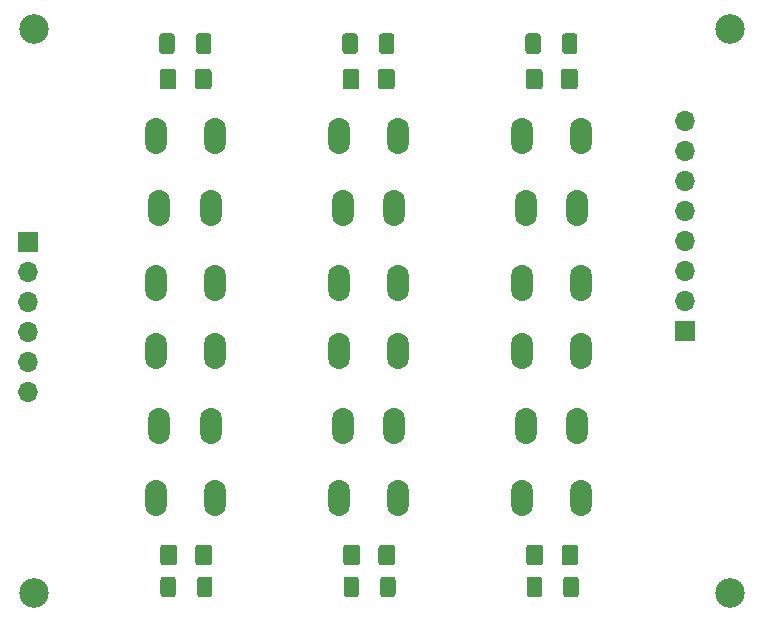
<source format=gbr>
G04 #@! TF.GenerationSoftware,KiCad,Pcbnew,5.1.8-5.1.8*
G04 #@! TF.CreationDate,2021-09-21T08:59:52+02:00*
G04 #@! TF.ProjectId,buttonbar,62757474-6f6e-4626-9172-2e6b69636164,rev?*
G04 #@! TF.SameCoordinates,Original*
G04 #@! TF.FileFunction,Soldermask,Top*
G04 #@! TF.FilePolarity,Negative*
%FSLAX46Y46*%
G04 Gerber Fmt 4.6, Leading zero omitted, Abs format (unit mm)*
G04 Created by KiCad (PCBNEW 5.1.8-5.1.8) date 2021-09-21 08:59:52*
%MOMM*%
%LPD*%
G01*
G04 APERTURE LIST*
%ADD10O,1.850000X3.048000*%
%ADD11C,2.500000*%
%ADD12O,1.700000X1.700000*%
%ADD13R,1.700000X1.700000*%
G04 APERTURE END LIST*
D10*
X143785000Y-64450000D03*
X139415000Y-64450000D03*
X144100000Y-70800000D03*
X139100000Y-70800000D03*
X144100000Y-58300000D03*
X139100000Y-58300000D03*
X123915000Y-82850000D03*
X128285000Y-82850000D03*
X123600000Y-76500000D03*
X128600000Y-76500000D03*
X123600000Y-89000000D03*
X128600000Y-89000000D03*
X159285000Y-64450000D03*
X154915000Y-64450000D03*
X159600000Y-70800000D03*
X154600000Y-70800000D03*
X159600000Y-58300000D03*
X154600000Y-58300000D03*
X128285000Y-64450000D03*
X123915000Y-64450000D03*
X128600000Y-70800000D03*
X123600000Y-70800000D03*
X128600000Y-58300000D03*
X123600000Y-58300000D03*
X139415000Y-82850000D03*
X143785000Y-82850000D03*
X139100000Y-76500000D03*
X144100000Y-76500000D03*
X139100000Y-89000000D03*
X144100000Y-89000000D03*
X154915000Y-82850000D03*
X159285000Y-82850000D03*
X154600000Y-76500000D03*
X159600000Y-76500000D03*
X154600000Y-89000000D03*
X159600000Y-89000000D03*
D11*
X172200000Y-97000000D03*
X172200000Y-49300000D03*
X113300000Y-97000000D03*
X113300000Y-49300000D03*
G36*
G01*
X158100000Y-97125001D02*
X158100000Y-95874999D01*
G75*
G02*
X158349999Y-95625000I249999J0D01*
G01*
X159150001Y-95625000D01*
G75*
G02*
X159400000Y-95874999I0J-249999D01*
G01*
X159400000Y-97125001D01*
G75*
G02*
X159150001Y-97375000I-249999J0D01*
G01*
X158349999Y-97375000D01*
G75*
G02*
X158100000Y-97125001I0J249999D01*
G01*
G37*
G36*
G01*
X155000000Y-97125001D02*
X155000000Y-95874999D01*
G75*
G02*
X155249999Y-95625000I249999J0D01*
G01*
X156050001Y-95625000D01*
G75*
G02*
X156300000Y-95874999I0J-249999D01*
G01*
X156300000Y-97125001D01*
G75*
G02*
X156050001Y-97375000I-249999J0D01*
G01*
X155249999Y-97375000D01*
G75*
G02*
X155000000Y-97125001I0J249999D01*
G01*
G37*
G36*
G01*
X142600000Y-97125001D02*
X142600000Y-95874999D01*
G75*
G02*
X142849999Y-95625000I249999J0D01*
G01*
X143650001Y-95625000D01*
G75*
G02*
X143900000Y-95874999I0J-249999D01*
G01*
X143900000Y-97125001D01*
G75*
G02*
X143650001Y-97375000I-249999J0D01*
G01*
X142849999Y-97375000D01*
G75*
G02*
X142600000Y-97125001I0J249999D01*
G01*
G37*
G36*
G01*
X139500000Y-97125001D02*
X139500000Y-95874999D01*
G75*
G02*
X139749999Y-95625000I249999J0D01*
G01*
X140550001Y-95625000D01*
G75*
G02*
X140800000Y-95874999I0J-249999D01*
G01*
X140800000Y-97125001D01*
G75*
G02*
X140550001Y-97375000I-249999J0D01*
G01*
X139749999Y-97375000D01*
G75*
G02*
X139500000Y-97125001I0J249999D01*
G01*
G37*
G36*
G01*
X127100000Y-97125001D02*
X127100000Y-95874999D01*
G75*
G02*
X127349999Y-95625000I249999J0D01*
G01*
X128150001Y-95625000D01*
G75*
G02*
X128400000Y-95874999I0J-249999D01*
G01*
X128400000Y-97125001D01*
G75*
G02*
X128150001Y-97375000I-249999J0D01*
G01*
X127349999Y-97375000D01*
G75*
G02*
X127100000Y-97125001I0J249999D01*
G01*
G37*
G36*
G01*
X124000000Y-97125001D02*
X124000000Y-95874999D01*
G75*
G02*
X124249999Y-95625000I249999J0D01*
G01*
X125050001Y-95625000D01*
G75*
G02*
X125300000Y-95874999I0J-249999D01*
G01*
X125300000Y-97125001D01*
G75*
G02*
X125050001Y-97375000I-249999J0D01*
G01*
X124249999Y-97375000D01*
G75*
G02*
X124000000Y-97125001I0J249999D01*
G01*
G37*
G36*
G01*
X156200000Y-49874999D02*
X156200000Y-51125001D01*
G75*
G02*
X155950001Y-51375000I-249999J0D01*
G01*
X155149999Y-51375000D01*
G75*
G02*
X154900000Y-51125001I0J249999D01*
G01*
X154900000Y-49874999D01*
G75*
G02*
X155149999Y-49625000I249999J0D01*
G01*
X155950001Y-49625000D01*
G75*
G02*
X156200000Y-49874999I0J-249999D01*
G01*
G37*
G36*
G01*
X159300000Y-49874999D02*
X159300000Y-51125001D01*
G75*
G02*
X159050001Y-51375000I-249999J0D01*
G01*
X158249999Y-51375000D01*
G75*
G02*
X158000000Y-51125001I0J249999D01*
G01*
X158000000Y-49874999D01*
G75*
G02*
X158249999Y-49625000I249999J0D01*
G01*
X159050001Y-49625000D01*
G75*
G02*
X159300000Y-49874999I0J-249999D01*
G01*
G37*
G36*
G01*
X140700000Y-49874999D02*
X140700000Y-51125001D01*
G75*
G02*
X140450001Y-51375000I-249999J0D01*
G01*
X139649999Y-51375000D01*
G75*
G02*
X139400000Y-51125001I0J249999D01*
G01*
X139400000Y-49874999D01*
G75*
G02*
X139649999Y-49625000I249999J0D01*
G01*
X140450001Y-49625000D01*
G75*
G02*
X140700000Y-49874999I0J-249999D01*
G01*
G37*
G36*
G01*
X143800000Y-49874999D02*
X143800000Y-51125001D01*
G75*
G02*
X143550001Y-51375000I-249999J0D01*
G01*
X142749999Y-51375000D01*
G75*
G02*
X142500000Y-51125001I0J249999D01*
G01*
X142500000Y-49874999D01*
G75*
G02*
X142749999Y-49625000I249999J0D01*
G01*
X143550001Y-49625000D01*
G75*
G02*
X143800000Y-49874999I0J-249999D01*
G01*
G37*
G36*
G01*
X125200000Y-49874999D02*
X125200000Y-51125001D01*
G75*
G02*
X124950001Y-51375000I-249999J0D01*
G01*
X124149999Y-51375000D01*
G75*
G02*
X123900000Y-51125001I0J249999D01*
G01*
X123900000Y-49874999D01*
G75*
G02*
X124149999Y-49625000I249999J0D01*
G01*
X124950001Y-49625000D01*
G75*
G02*
X125200000Y-49874999I0J-249999D01*
G01*
G37*
G36*
G01*
X128300000Y-49874999D02*
X128300000Y-51125001D01*
G75*
G02*
X128050001Y-51375000I-249999J0D01*
G01*
X127249999Y-51375000D01*
G75*
G02*
X127000000Y-51125001I0J249999D01*
G01*
X127000000Y-49874999D01*
G75*
G02*
X127249999Y-49625000I249999J0D01*
G01*
X128050001Y-49625000D01*
G75*
G02*
X128300000Y-49874999I0J-249999D01*
G01*
G37*
D12*
X112800000Y-80000000D03*
X112800000Y-77460000D03*
X112800000Y-74920000D03*
X112800000Y-72380000D03*
X112800000Y-69840000D03*
D13*
X112800000Y-67300000D03*
D12*
X168400000Y-57020000D03*
X168400000Y-59560000D03*
X168400000Y-62100000D03*
X168400000Y-64640000D03*
X168400000Y-67180000D03*
X168400000Y-69720000D03*
X168400000Y-72260000D03*
D13*
X168400000Y-74800000D03*
G36*
G01*
X156402500Y-93175000D02*
X156402500Y-94425000D01*
G75*
G02*
X156152500Y-94675000I-250000J0D01*
G01*
X155227500Y-94675000D01*
G75*
G02*
X154977500Y-94425000I0J250000D01*
G01*
X154977500Y-93175000D01*
G75*
G02*
X155227500Y-92925000I250000J0D01*
G01*
X156152500Y-92925000D01*
G75*
G02*
X156402500Y-93175000I0J-250000D01*
G01*
G37*
G36*
G01*
X159377500Y-93175000D02*
X159377500Y-94425000D01*
G75*
G02*
X159127500Y-94675000I-250000J0D01*
G01*
X158202500Y-94675000D01*
G75*
G02*
X157952500Y-94425000I0J250000D01*
G01*
X157952500Y-93175000D01*
G75*
G02*
X158202500Y-92925000I250000J0D01*
G01*
X159127500Y-92925000D01*
G75*
G02*
X159377500Y-93175000I0J-250000D01*
G01*
G37*
G36*
G01*
X140902500Y-93175000D02*
X140902500Y-94425000D01*
G75*
G02*
X140652500Y-94675000I-250000J0D01*
G01*
X139727500Y-94675000D01*
G75*
G02*
X139477500Y-94425000I0J250000D01*
G01*
X139477500Y-93175000D01*
G75*
G02*
X139727500Y-92925000I250000J0D01*
G01*
X140652500Y-92925000D01*
G75*
G02*
X140902500Y-93175000I0J-250000D01*
G01*
G37*
G36*
G01*
X143877500Y-93175000D02*
X143877500Y-94425000D01*
G75*
G02*
X143627500Y-94675000I-250000J0D01*
G01*
X142702500Y-94675000D01*
G75*
G02*
X142452500Y-94425000I0J250000D01*
G01*
X142452500Y-93175000D01*
G75*
G02*
X142702500Y-92925000I250000J0D01*
G01*
X143627500Y-92925000D01*
G75*
G02*
X143877500Y-93175000I0J-250000D01*
G01*
G37*
G36*
G01*
X125402500Y-93175000D02*
X125402500Y-94425000D01*
G75*
G02*
X125152500Y-94675000I-250000J0D01*
G01*
X124227500Y-94675000D01*
G75*
G02*
X123977500Y-94425000I0J250000D01*
G01*
X123977500Y-93175000D01*
G75*
G02*
X124227500Y-92925000I250000J0D01*
G01*
X125152500Y-92925000D01*
G75*
G02*
X125402500Y-93175000I0J-250000D01*
G01*
G37*
G36*
G01*
X128377500Y-93175000D02*
X128377500Y-94425000D01*
G75*
G02*
X128127500Y-94675000I-250000J0D01*
G01*
X127202500Y-94675000D01*
G75*
G02*
X126952500Y-94425000I0J250000D01*
G01*
X126952500Y-93175000D01*
G75*
G02*
X127202500Y-92925000I250000J0D01*
G01*
X128127500Y-92925000D01*
G75*
G02*
X128377500Y-93175000I0J-250000D01*
G01*
G37*
G36*
G01*
X157897500Y-54125000D02*
X157897500Y-52875000D01*
G75*
G02*
X158147500Y-52625000I250000J0D01*
G01*
X159072500Y-52625000D01*
G75*
G02*
X159322500Y-52875000I0J-250000D01*
G01*
X159322500Y-54125000D01*
G75*
G02*
X159072500Y-54375000I-250000J0D01*
G01*
X158147500Y-54375000D01*
G75*
G02*
X157897500Y-54125000I0J250000D01*
G01*
G37*
G36*
G01*
X154922500Y-54125000D02*
X154922500Y-52875000D01*
G75*
G02*
X155172500Y-52625000I250000J0D01*
G01*
X156097500Y-52625000D01*
G75*
G02*
X156347500Y-52875000I0J-250000D01*
G01*
X156347500Y-54125000D01*
G75*
G02*
X156097500Y-54375000I-250000J0D01*
G01*
X155172500Y-54375000D01*
G75*
G02*
X154922500Y-54125000I0J250000D01*
G01*
G37*
G36*
G01*
X142397500Y-54125000D02*
X142397500Y-52875000D01*
G75*
G02*
X142647500Y-52625000I250000J0D01*
G01*
X143572500Y-52625000D01*
G75*
G02*
X143822500Y-52875000I0J-250000D01*
G01*
X143822500Y-54125000D01*
G75*
G02*
X143572500Y-54375000I-250000J0D01*
G01*
X142647500Y-54375000D01*
G75*
G02*
X142397500Y-54125000I0J250000D01*
G01*
G37*
G36*
G01*
X139422500Y-54125000D02*
X139422500Y-52875000D01*
G75*
G02*
X139672500Y-52625000I250000J0D01*
G01*
X140597500Y-52625000D01*
G75*
G02*
X140847500Y-52875000I0J-250000D01*
G01*
X140847500Y-54125000D01*
G75*
G02*
X140597500Y-54375000I-250000J0D01*
G01*
X139672500Y-54375000D01*
G75*
G02*
X139422500Y-54125000I0J250000D01*
G01*
G37*
G36*
G01*
X126897500Y-54125000D02*
X126897500Y-52875000D01*
G75*
G02*
X127147500Y-52625000I250000J0D01*
G01*
X128072500Y-52625000D01*
G75*
G02*
X128322500Y-52875000I0J-250000D01*
G01*
X128322500Y-54125000D01*
G75*
G02*
X128072500Y-54375000I-250000J0D01*
G01*
X127147500Y-54375000D01*
G75*
G02*
X126897500Y-54125000I0J250000D01*
G01*
G37*
G36*
G01*
X123922500Y-54125000D02*
X123922500Y-52875000D01*
G75*
G02*
X124172500Y-52625000I250000J0D01*
G01*
X125097500Y-52625000D01*
G75*
G02*
X125347500Y-52875000I0J-250000D01*
G01*
X125347500Y-54125000D01*
G75*
G02*
X125097500Y-54375000I-250000J0D01*
G01*
X124172500Y-54375000D01*
G75*
G02*
X123922500Y-54125000I0J250000D01*
G01*
G37*
M02*

</source>
